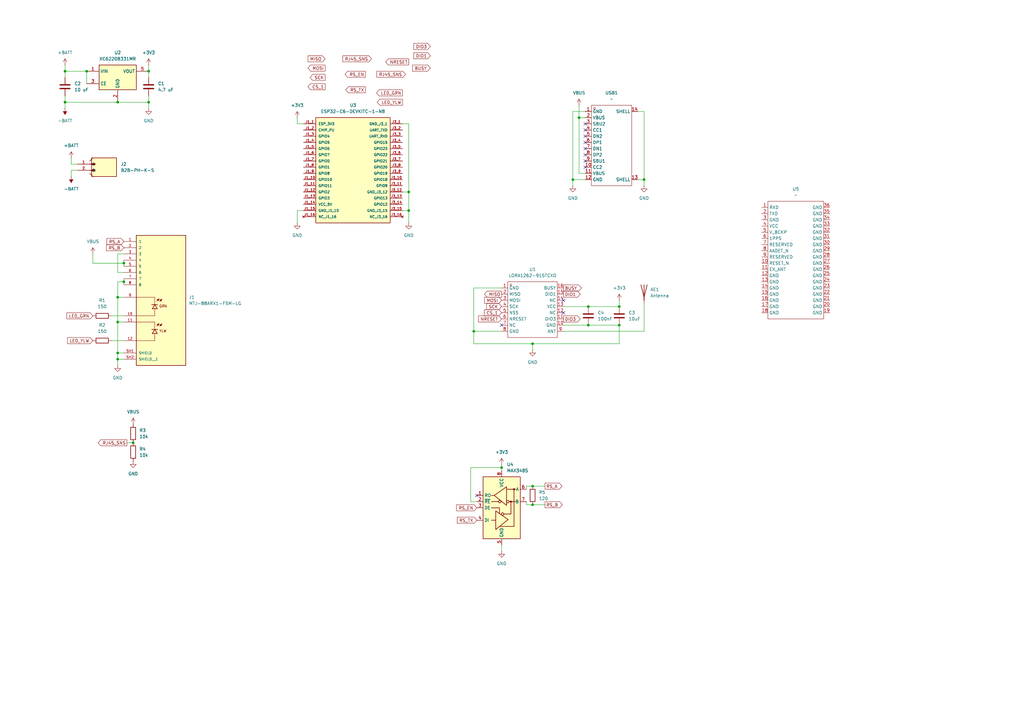
<source format=kicad_sch>
(kicad_sch (version 20250114) (generator "eeschema") (generator_version "9.0")
  (paper "A3")
  (lib_symbols
    (symbol "1234:LC86GLAMD"
      (property "Reference" "U" (at 0 0 0))
      (symbol "LC86GLAMD_1_0"
        (rectangle (start -12.7 25.4) (end 10.16 -22.86))
        (pin unspecified line (at -15.24 22.86 0) (length 2.54) (name "RXD") (number "1"))
        (pin unspecified line (at -15.24 20.32 0) (length 2.54) (name "TXD") (number "2"))
        (pin unspecified line (at -15.24 17.78 0) (length 2.54) (name "GND") (number "3"))
        (pin unspecified line (at -15.24 15.24 0) (length 2.54) (name "VCC") (number "4"))
        (pin unspecified line (at -15.24 12.7 0) (length 2.54) (name "V_BCKP") (number "5"))
        (pin unspecified line (at -15.24 10.16 0) (length 2.54) (name "1PPS") (number "6"))
        (pin unspecified line (at -15.24 7.62 0) (length 2.54) (name "RESERVED") (number "7"))
        (pin unspecified line (at -15.24 5.08 0) (length 2.54) (name "AADET_N") (number "8"))
        (pin unspecified line (at -15.24 2.54 0) (length 2.54) (name "RESERVED") (number "9"))
        (pin unspecified line (at -15.24 0 0) (length 2.54) (name "RESET_N") (number "10"))
        (pin unspecified line (at -15.24 -2.54 0) (length 2.54) (name "EX_ANT") (number "11"))
        (pin unspecified line (at -15.24 -5.08 0) (length 2.54) (name "GND") (number "12"))
        (pin unspecified line (at -15.24 -7.62 0) (length 2.54) (name "GND") (number "13"))
        (pin unspecified line (at -15.24 -10.16 0) (length 2.54) (name "GND") (number "14"))
        (pin unspecified line (at -15.24 -12.7 0) (length 2.54) (name "GND") (number "15"))
        (pin unspecified line (at -15.24 -15.24 0) (length 2.54) (name "GND") (number "16"))
        (pin unspecified line (at -15.24 -17.78 0) (length 2.54) (name "GND") (number "17"))
        (pin unspecified line (at -15.24 -20.32 0) (length 2.54) (name "GND") (number "18"))
        (pin unspecified line (at 12.7 22.86 180) (length 2.54) (name "GND") (number "36"))
        (pin unspecified line (at 12.7 20.32 180) (length 2.54) (name "GND") (number "35"))
        (pin unspecified line (at 12.7 17.78 180) (length 2.54) (name "GND") (number "34"))
        (pin unspecified line (at 12.7 15.24 180) (length 2.54) (name "GND") (number "33"))
        (pin unspecified line (at 12.7 12.7 180) (length 2.54) (name "GND") (number "32"))
        (pin unspecified line (at 12.7 10.16 180) (length 2.54) (name "GND") (number "31"))
        (pin unspecified line (at 12.7 7.62 180) (length 2.54) (name "GND") (number "30"))
        (pin unspecified line (at 12.7 5.08 180) (length 2.54) (name "GND") (number "29"))
        (pin unspecified line (at 12.7 2.54 180) (length 2.54) (name "GND") (number "28"))
        (pin unspecified line (at 12.7 0 180) (length 2.54) (name "GND") (number "27"))
        (pin unspecified line (at 12.7 -2.54 180) (length 2.54) (name "GND") (number "26"))
        (pin unspecified line (at 12.7 -5.08 180) (length 2.54) (name "GND") (number "25"))
        (pin unspecified line (at 12.7 -7.62 180) (length 2.54) (name "GND") (number "24"))
        (pin unspecified line (at 12.7 -10.16 180) (length 2.54) (name "GND") (number "23"))
        (pin unspecified line (at 12.7 -12.7 180) (length 2.54) (name "GND") (number "22"))
        (pin unspecified line (at 12.7 -15.24 180) (length 2.54) (name "GND") (number "21"))
        (pin unspecified line (at 12.7 -17.78 180) (length 2.54) (name "GND") (number "20"))
        (pin unspecified line (at 12.7 -20.32 180) (length 2.54) (name "GND") (number "19"))
      )
    )
    (symbol "B2B-PH-K-S:B2B-PH-K-S" (pin_names (offset 1.016))
      (property "Reference" "J" (at -5.58 5.08 0))
      (property "Value" "B2B-PH-K-S" (at -5.08 -5.08 0))
      (symbol "B2B-PH-K-S_0_0"
        (polyline (pts (xy -5.08 3.81) (xy -3.81 5.08)) (stroke (width 0.254)))
        (polyline (pts (xy -5.08 2.54) (xy -3.175 2.54)) (stroke (width 0.254)))
        (polyline (pts (xy -5.08 0) (xy -3.175 0)) (stroke (width 0.254)))
        (polyline (pts (xy -5.08 -1.27) (xy -3.81 -2.54)) (stroke (width 0.254)))
        (rectangle (start -4.445 2.2225) (end -2.8575 2.8575) (stroke (width 0.1)) (fill (type outline)))
        (rectangle (start -4.445 -0.3175) (end -2.8575 0.3175) (stroke (width 0.1)) (fill (type outline)))
        (rectangle (start -4.2863 -2.54) (end 5.8738 5.08) (stroke (width 0.254)) (fill (type background)))
        (pin passive line (at -10.16 2.54 0) (length 5.08) (name "1") (number "1"))
        (pin passive line (at -10.16 0 0) (length 5.08) (name "2") (number "2"))
      )
    )
    (symbol "Device:Antenna" (pin_numbers (hide yes)) (pin_names (offset 1.016) (hide yes))
      (property "Reference" "AE" (at -1.905 1.905 0))
      (property "Value" "Antenna" (at -1.905 0 0))
      (symbol "Antenna_0_1"
        (polyline (pts (xy 0 2.54) (xy 0 -3.81)) (stroke (width 0.254)))
        (polyline (pts (xy 1.27 2.54) (xy 0 -2.54) (xy -1.27 2.54)) (stroke (width 0.254)))
      )
      (symbol "Antenna_1_1"
        (pin input line (at 0 -5.08 90) (length 2.54) (name "A") (number "1"))
      )
    )
    (symbol "Device:C" (pin_numbers (hide yes)) (pin_names (offset 0.254))
      (property "Reference" "C" (at 0.635 2.54 0))
      (property "Value" "C" (at 0.635 -2.54 0))
      (symbol "C_0_1"
        (polyline (pts (xy -2.032 0.762) (xy 2.032 0.762)) (stroke (width 0.508)))
        (polyline (pts (xy -2.032 -0.762) (xy 2.032 -0.762)) (stroke (width 0.508)))
      )
      (symbol "C_1_1"
        (pin passive line (at 0 3.81 270) (length 2.794) (name "~") (number "1"))
        (pin passive line (at 0 -3.81 90) (length 2.794) (name "~") (number "2"))
      )
    )
    (symbol "Device:R" (pin_numbers (hide yes)) (pin_names (offset 0))
      (property "Reference" "R" (at 2.032 0 90))
      (property "Value" "R" (at 0 0 90))
      (symbol "R_0_1"
        (rectangle (start -1.016 -2.54) (end 1.016 2.54) (stroke (width 0.254)))
      )
      (symbol "R_1_1"
        (pin passive line (at 0 3.81 270) (length 1.27) (name "~") (number "1"))
        (pin passive line (at 0 -3.81 90) (length 1.27) (name "~") (number "2"))
      )
    )
    (symbol "ESP32-C6-DEVKITC-1-N8:ESP32-C6-DEVKITC-1-N8" (pin_names (offset 1.016))
      (property "Reference" "U" (at -15.24 23.622 0))
      (property "Value" "ESP32-C6-DEVKITC-1-N8" (at -15.24 -22.86 0))
      (symbol "ESP32-C6-DEVKITC-1-N8_0_0"
        (rectangle (start -15.24 -20.32) (end 15.24 22.86) (stroke (width 0.254)) (fill (type background)))
        (pin power_in line (at -20.32 20.32 0) (length 5.08) (name "ESP_3V3") (number "J1_1"))
        (pin input line (at -20.32 17.78 0) (length 5.08) (name "CHIP_PU") (number "J1_2"))
        (pin bidirectional line (at -20.32 15.24 0) (length 5.08) (name "GPIO4") (number "J1_3"))
        (pin bidirectional line (at -20.32 12.7 0) (length 5.08) (name "GPIO5") (number "J1_4"))
        (pin bidirectional line (at -20.32 10.16 0) (length 5.08) (name "GPIO6") (number "J1_5"))
        (pin bidirectional line (at -20.32 7.62 0) (length 5.08) (name "GPIO7") (number "J1_6"))
        (pin bidirectional line (at -20.32 5.08 0) (length 5.08) (name "GPIO0") (number "J1_7"))
        (pin bidirectional line (at -20.32 2.54 0) (length 5.08) (name "GPIO1") (number "J1_8"))
        (pin bidirectional line (at -20.32 0 0) (length 5.08) (name "GPIO8") (number "J1_9"))
        (pin bidirectional line (at -20.32 -2.54 0) (length 5.08) (name "GPIO10") (number "J1_10"))
        (pin bidirectional line (at -20.32 -5.08 0) (length 5.08) (name "GPIO11") (number "J1_11"))
        (pin bidirectional line (at -20.32 -7.62 0) (length 5.08) (name "GPIO2") (number "J1_12"))
        (pin bidirectional line (at -20.32 -10.16 0) (length 5.08) (name "GPIO3") (number "J1_13"))
        (pin power_in line (at -20.32 -12.7 0) (length 5.08) (name "VCC_5V") (number "J1_14"))
        (pin power_in line (at -20.32 -15.24 0) (length 5.08) (name "GND_J1_15") (number "J1_15"))
        (pin no_connect line (at -20.32 -17.78 0) (length 5.08) (name "NC_J1_16") (number "J1_16"))
        (pin power_in line (at 20.32 20.32 180) (length 5.08) (name "GND_J3_1") (number "J3_1"))
        (pin bidirectional line (at 20.32 17.78 180) (length 5.08) (name "UART_TXD") (number "J3_2"))
        (pin bidirectional line (at 20.32 15.24 180) (length 5.08) (name "UART_RXD") (number "J3_3"))
        (pin bidirectional line (at 20.32 12.7 180) (length 5.08) (name "GPIO15") (number "J3_4"))
        (pin bidirectional line (at 20.32 10.16 180) (length 5.08) (name "GPIO23") (number "J3_5"))
        (pin bidirectional line (at 20.32 7.62 180) (length 5.08) (name "GPIO22") (number "J3_6"))
        (pin bidirectional line (at 20.32 5.08 180) (length 5.08) (name "GPIO21") (number "J3_7"))
        (pin bidirectional line (at 20.32 2.54 180) (length 5.08) (name "GPIO20") (number "J3_8"))
        (pin bidirectional line (at 20.32 0 180) (length 5.08) (name "GPIO19") (number "J3_9"))
        (pin bidirectional line (at 20.32 -2.54 180) (length 5.08) (name "GPIO18") (number "J3_10"))
        (pin bidirectional line (at 20.32 -5.08 180) (length 5.08) (name "GPIO9") (number "J3_11"))
        (pin power_in line (at 20.32 -7.62 180) (length 5.08) (name "GND_J3_12") (number "J3_12"))
        (pin bidirectional line (at 20.32 -10.16 180) (length 5.08) (name "GPIO13") (number "J3_13"))
        (pin bidirectional line (at 20.32 -12.7 180) (length 5.08) (name "GPIO12") (number "J3_14"))
        (pin power_in line (at 20.32 -15.24 180) (length 5.08) (name "GND_J3_15") (number "J3_15"))
        (pin no_connect line (at 20.32 -17.78 180) (length 5.08) (name "NC_J3_16") (number "J3_16"))
      )
    )
    (symbol "Interface_UART:MAX3485"
      (property "Reference" "U" (at -6.985 13.97 0))
      (property "Value" "MAX3485" (at 1.905 13.97 0))
      (symbol "MAX3485_0_1"
        (rectangle (start -7.62 12.7) (end 7.62 -12.7) (stroke (width 0.254)) (fill (type background)))
        (polyline (pts (xy -4.191 2.54) (xy -1.27 2.54)) (stroke (width 0.254)))
        (polyline (pts (xy -4.191 0) (xy -0.889 0) (xy -0.889 -2.286)) (stroke (width 0.254)))
        (polyline (pts (xy -3.175 5.08) (xy -4.191 5.08) (xy -4.064 5.08)) (stroke (width 0.254)))
        (polyline (pts (xy -2.54 -5.08) (xy -4.191 -5.08)) (stroke (width 0.254)))
        (polyline (pts (xy -2.413 -5.08) (xy -2.413 -1.27) (xy 2.667 -4.826) (xy -2.413 -8.89) (xy -2.413 -5.08)) (stroke (width 0.254)))
        (polyline (pts (xy -0.635 -7.62) (xy 5.08 -7.62)) (stroke (width 0.254)))
        (circle (center 0.381 -2.54) (radius 0.508) (stroke (width 0.254)))
        (polyline (pts (xy 0.889 -2.54) (xy 3.81 -2.54)) (stroke (width 0.254)))
        (polyline (pts (xy 2.032 7.62) (xy 5.715 7.62)) (stroke (width 0.254)))
        (polyline (pts (xy 3.048 2.54) (xy 5.715 2.54)) (stroke (width 0.254)))
        (circle (center 3.81 2.54) (radius 0.2794) (stroke (width 0.254)) (fill (type outline)))
        (polyline (pts (xy 3.81 -2.54) (xy 3.81 2.54)) (stroke (width 0.254)))
        (polyline (pts (xy 5.08 -7.62) (xy 5.08 7.62)) (stroke (width 0.254)))
      )
      (symbol "MAX3485_1_1"
        (circle (center -0.762 2.54) (radius 0.508) (stroke (width 0.254)))
        (polyline (pts (xy 2.032 4.826) (xy 2.032 8.636) (xy -3.048 5.08) (xy 2.032 1.016) (xy 2.032 4.826)) (stroke (width 0.254)))
        (circle (center 2.54 2.54) (radius 0.508) (stroke (width 0.254)))
        (circle (center 5.08 7.62) (radius 0.2794) (stroke (width 0.254)) (fill (type outline)))
        (pin output line (at -10.16 5.08 0) (length 2.54) (name "RO") (number "1"))
        (pin input line (at -10.16 2.54 0) (length 2.54) (name "~{RE}") (number "2"))
        (pin input line (at -10.16 0 0) (length 2.54) (name "DE") (number "3"))
        (pin input line (at -10.16 -5.08 0) (length 2.54) (name "DI") (number "4"))
        (pin power_in line (at 0 15.24 270) (length 2.54) (name "VCC") (number "8"))
        (pin power_in line (at 0 -15.24 90) (length 2.54) (name "GND") (number "5"))
        (pin bidirectional line (at 10.16 7.62 180) (length 2.54) (name "A") (number "6"))
        (pin bidirectional line (at 10.16 2.54 180) (length 2.54) (name "B") (number "7"))
      )
    )
    (symbol "MTJ-88ARX1-FSM-LG:MTJ-88ARX1-FSM-LG" (pin_names (offset 1.016))
      (property "Reference" "J" (at -10.16 26.67 0))
      (property "Value" "MTJ-88ARX1-FSM-LG" (at -10.16 -29.21 0))
      (symbol "MTJ-88ARX1-FSM-LG_0_0"
        (rectangle (start -10.16 -27.94) (end 10.16 25.4) (stroke (width 0.254)) (fill (type background)))
        (polyline (pts (xy -2.54 0) (xy -10.16 0)) (stroke (width 0.1524)))
        (polyline (pts (xy -2.54 -2.921) (xy -2.54 0)) (stroke (width 0.1524)))
        (polyline (pts (xy -2.54 -3.048) (xy -3.81 -3.048)) (stroke (width 0.254)))
        (polyline (pts (xy -2.54 -3.048) (xy -3.556 -4.699)) (stroke (width 0.254)))
        (polyline (pts (xy -2.54 -7.62) (xy -10.16 -7.62)) (stroke (width 0.1524)))
        (polyline (pts (xy -2.54 -7.62) (xy -2.54 -4.826)) (stroke (width 0.1524)))
        (polyline (pts (xy -2.54 -10.16) (xy -10.16 -10.16)) (stroke (width 0.1524)))
        (polyline (pts (xy -2.54 -13.081) (xy -2.54 -10.16)) (stroke (width 0.1524)))
        (polyline (pts (xy -2.54 -13.208) (xy -3.81 -13.208)) (stroke (width 0.254)))
        (polyline (pts (xy -2.54 -13.208) (xy -3.556 -14.859)) (stroke (width 0.254)))
        (polyline (pts (xy -2.54 -17.78) (xy -10.16 -17.78)) (stroke (width 0.1524)))
        (polyline (pts (xy -2.54 -17.78) (xy -2.54 -14.986)) (stroke (width 0.1524)))
        (polyline (pts (xy -1.778 -1.651) (xy -0.762 -0.635)) (stroke (width 0.1524)))
        (polyline (pts (xy -1.778 -11.811) (xy -0.762 -10.795)) (stroke (width 0.1524)))
        (polyline (pts (xy -1.524 -4.699) (xy -3.556 -4.699)) (stroke (width 0.254)))
        (polyline (pts (xy -1.524 -4.699) (xy -2.54 -3.048)) (stroke (width 0.254)))
        (polyline (pts (xy -1.524 -14.859) (xy -3.556 -14.859)) (stroke (width 0.254)))
        (polyline (pts (xy -1.524 -14.859) (xy -2.54 -13.208)) (stroke (width 0.254)))
        (polyline (pts (xy -1.397 -3.048) (xy -2.54 -3.048)) (stroke (width 0.254)))
        (polyline (pts (xy -1.397 -13.208) (xy -2.54 -13.208)) (stroke (width 0.254)))
        (polyline (pts (xy -0.762 -0.635) (xy -1.651 -1.016) (xy -1.143 -1.524) (xy -0.762 -0.635)) (stroke (width 0.1524)) (fill (type outline)))
        (polyline (pts (xy -0.762 -10.795) (xy -1.651 -11.176) (xy -1.143 -11.684) (xy -0.762 -10.795)) (stroke (width 0.1524)) (fill (type outline)))
        (polyline (pts (xy -0.635 -1.778) (xy 0.381 -0.762)) (stroke (width 0.1524)))
        (polyline (pts (xy -0.635 -11.938) (xy 0.381 -10.922)) (stroke (width 0.1524)))
        (polyline (pts (xy 0.381 -0.762) (xy -0.508 -1.143) (xy 0 -1.651) (xy 0.381 -0.762)) (stroke (width 0.1524)) (fill (type outline)))
        (polyline (pts (xy 0.381 -10.922) (xy -0.508 -11.303) (xy 0 -11.811) (xy 0.381 -10.922)) (stroke (width 0.1524)) (fill (type outline)))
        (text "GRN" (at -0.762 -3.048 0) (effects (font (size 1.016 1.016)) (justify left top)))
        (text "YLW" (at -0.762 -13.208 0) (effects (font (size 1.016 1.016)) (justify left top)))
        (pin passive line (at -15.24 22.86 0) (length 5.08) (name "1") (number "1"))
        (pin passive line (at -15.24 20.32 0) (length 5.08) (name "2") (number "2"))
        (pin passive line (at -15.24 17.78 0) (length 5.08) (name "3") (number "3"))
        (pin passive line (at -15.24 15.24 0) (length 5.08) (name "4") (number "4"))
        (pin passive line (at -15.24 12.7 0) (length 5.08) (name "5") (number "5"))
        (pin passive line (at -15.24 10.16 0) (length 5.08) (name "6") (number "6"))
        (pin passive line (at -15.24 7.62 0) (length 5.08) (name "7") (number "7"))
        (pin passive line (at -15.24 5.08 0) (length 5.08) (name "8") (number "8"))
        (pin passive line (at -15.24 0 0) (length 5.08) (name "~") (number "9"))
        (pin passive line (at -15.24 -7.62 0) (length 5.08) (name "~") (number "10"))
        (pin passive line (at -15.24 -10.16 0) (length 5.08) (name "~") (number "11"))
        (pin passive line (at -15.24 -17.78 0) (length 5.08) (name "~") (number "12"))
        (pin passive line (at -15.24 -22.86 0) (length 5.08) (name "SHIELD") (number "SH1"))
        (pin passive line (at -15.24 -25.4 0) (length 5.08) (name "SHIELD__1") (number "SH2"))
      )
    )
    (symbol "ProLib_pcs_2026-01-30:LORA1262-915TCXO"
      (property "Reference" "U" (at 0 0 0))
      (symbol "LORA1262-915TCXO_1_0"
        (rectangle (start -10.16 -11.43) (end 10.16 11.43))
        (circle (center -8.89 10.16) (radius 0.381))
        (pin unspecified line (at -12.7 8.89 0) (length 2.54) (name "GND") (number "1"))
        (pin unspecified line (at -12.7 6.35 0) (length 2.54) (name "MISO") (number "2"))
        (pin unspecified line (at -12.7 3.81 0) (length 2.54) (name "MOSI") (number "3"))
        (pin unspecified line (at -12.7 1.27 0) (length 2.54) (name "SCK") (number "4"))
        (pin unspecified line (at -12.7 -1.27 0) (length 2.54) (name "NSS") (number "5"))
        (pin unspecified line (at -12.7 -3.81 0) (length 2.54) (name "NRESET") (number "6"))
        (pin unspecified line (at -12.7 -6.35 0) (length 2.54) (name "NC") (number "7"))
        (pin unspecified line (at -12.7 -8.89 0) (length 2.54) (name "GND") (number "8"))
        (pin unspecified line (at 12.7 8.89 180) (length 2.54) (name "BUSY") (number "16"))
        (pin unspecified line (at 12.7 6.35 180) (length 2.54) (name "DIO1") (number "15"))
        (pin unspecified line (at 12.7 3.81 180) (length 2.54) (name "NC") (number "14"))
        (pin unspecified line (at 12.7 1.27 180) (length 2.54) (name "VCC") (number "13"))
        (pin unspecified line (at 12.7 -1.27 180) (length 2.54) (name "NC") (number "12"))
        (pin unspecified line (at 12.7 -3.81 180) (length 2.54) (name "DIO3") (number "11"))
        (pin unspecified line (at 12.7 -6.35 180) (length 2.54) (name "GND") (number "10"))
        (pin unspecified line (at 12.7 -8.89 180) (length 2.54) (name "ANT") (number "9"))
      )
    )
    (symbol "ProLib_pcs_2026-02-01:TYPE-C 16PIN 2MD(073)"
      (property "Reference" "USB" (at 0 0 0))
      (symbol "TYPE-C 16PIN 2MD(073)_1_0"
        (rectangle (start -8.89 -16.51) (end 7.62 16.51))
        (circle (center -7.62 15.24) (radius 0.381))
        (pin unspecified line (at -11.43 13.97 0) (length 2.54) (name "GND") (number "1"))
        (pin unspecified line (at -11.43 11.43 0) (length 2.54) (name "VBUS") (number "2"))
        (pin unspecified line (at -11.43 8.89 0) (length 2.54) (name "SBU2") (number "3"))
        (pin unspecified line (at -11.43 6.35 0) (length 2.54) (name "CC1") (number "4"))
        (pin unspecified line (at -11.43 3.81 0) (length 2.54) (name "DN2") (number "5"))
        (pin unspecified line (at -11.43 1.27 0) (length 2.54) (name "DP1") (number "6"))
        (pin unspecified line (at -11.43 -1.27 0) (length 2.54) (name "DN1") (number "7"))
        (pin unspecified line (at -11.43 -3.81 0) (length 2.54) (name "DP2") (number "8"))
        (pin unspecified line (at -11.43 -6.35 0) (length 2.54) (name "SBU1") (number "9"))
        (pin unspecified line (at -11.43 -8.89 0) (length 2.54) (name "CC2") (number "10"))
        (pin unspecified line (at -11.43 -11.43 0) (length 2.54) (name "VBUS") (number "11"))
        (pin unspecified line (at -11.43 -13.97 0) (length 2.54) (name "GND") (number "12"))
        (pin unspecified line (at 10.16 13.97 180) (length 2.54) (name "SHELL") (number "14"))
        (pin unspecified line (at 10.16 -13.97 180) (length 2.54) (name "SHELL") (number "13"))
      )
    )
    (symbol "Regulator_Linear:XC6220B331MR"
      (property "Reference" "U" (at 0 8.89 0))
      (property "Value" "XC6220B331MR" (at 0 6.35 0))
      (symbol "XC6220B331MR_0_1"
        (rectangle (start -7.62 5.08) (end 7.62 -5.08) (stroke (width 0.254)) (fill (type background)))
      )
      (symbol "XC6220B331MR_1_1"
        (pin power_in line (at -12.7 2.54 0) (length 5.08) (name "VIN") (number "1"))
        (pin input line (at -12.7 -2.54 0) (length 5.08) (name "CE") (number "3"))
        (pin power_in line (at 0 -10.16 90) (length 5.08) (name "GND") (number "2"))
        (pin no_connect line (at 7.62 -2.54 180) (length 5.08) (hide yes) (name "NC") (number "4"))
        (pin power_out line (at 12.7 2.54 180) (length 5.08) (name "VOUT") (number "5"))
      )
    )
    (symbol "power:+3V3" (power) (pin_numbers (hide yes)) (pin_names (offset 0) (hide yes))
      (property "Value" "+3V3" (at 0 3.556 0))
      (symbol "+3V3_0_1"
        (polyline (pts (xy -0.762 1.27) (xy 0 2.54)))
        (polyline (pts (xy 0 2.54) (xy 0.762 1.27)))
        (polyline (pts (xy 0 0) (xy 0 2.54)))
      )
      (symbol "+3V3_1_1"
        (pin power_in line (at 0 0 90) (length 0) (name "~") (number "1"))
      )
    )
    (symbol "power:+BATT" (power) (pin_numbers (hide yes)) (pin_names (offset 0) (hide yes))
      (property "Value" "+BATT" (at 0 3.556 0))
      (symbol "+BATT_0_1"
        (polyline (pts (xy -0.762 1.27) (xy 0 2.54)))
        (polyline (pts (xy 0 2.54) (xy 0.762 1.27)))
        (polyline (pts (xy 0 0) (xy 0 2.54)))
      )
      (symbol "+BATT_1_1"
        (pin power_in line (at 0 0 90) (length 0) (name "~") (number "1"))
      )
    )
    (symbol "power:-BATT" (power) (pin_numbers (hide yes)) (pin_names (offset 0) (hide yes))
      (property "Value" "-BATT" (at 0 3.556 0))
      (symbol "-BATT_0_1"
        (polyline (pts (xy 0 0) (xy 0 2.54)))
        (polyline (pts (xy 0.762 1.27) (xy -0.762 1.27) (xy 0 2.54) (xy 0.762 1.27)) (fill (type outline)))
      )
      (symbol "-BATT_1_1"
        (pin power_in line (at 0 0 90) (length 0) (name "~") (number "1"))
      )
    )
    (symbol "power:GND" (power) (pin_numbers (hide yes)) (pin_names (offset 0) (hide yes))
      (property "Value" "GND" (at 0 -3.81 0))
      (symbol "GND_0_1"
        (polyline (pts (xy 0 0) (xy 0 -1.27) (xy 1.27 -1.27) (xy 0 -2.54) (xy -1.27 -1.27) (xy 0 -1.27)))
      )
      (symbol "GND_1_1"
        (pin power_in line (at 0 0 270) (length 0) (name "~") (number "1"))
      )
    )
    (symbol "power:VBUS" (power) (pin_numbers (hide yes)) (pin_names (offset 0) (hide yes))
      (property "Value" "VBUS" (at 0 3.556 0))
      (symbol "VBUS_0_1"
        (polyline (pts (xy -0.762 1.27) (xy 0 2.54)))
        (polyline (pts (xy 0 2.54) (xy 0.762 1.27)))
        (polyline (pts (xy 0 0) (xy 0 2.54)))
      )
      (symbol "VBUS_1_1"
        (pin power_in line (at 0 0 90) (length 0) (name "~") (number "1"))
      )
    )
  )
  (junction (at 237.49 48.26))
  (junction (at 35.56 29.21))
  (junction (at 48.26 144.78))
  (junction (at 264.16 73.66))
  (junction (at 26.67 41.91))
  (junction (at 48.26 132.08))
  (junction (at 48.26 121.92))
  (junction (at 241.3 125.73))
  (junction (at 218.44 207.01))
  (junction (at 60.96 29.21))
  (junction (at 254 133.35))
  (junction (at 50.8 115.57))
  (junction (at 60.96 41.91))
  (junction (at 234.95 73.66))
  (junction (at 54.61 181.61))
  (junction (at 218.44 140.97))
  (junction (at 48.26 147.32))
  (junction (at 26.67 29.21))
  (junction (at 254 125.73))
  (junction (at 167.64 86.36))
  (junction (at 50.8 107.95))
  (junction (at 167.64 78.74))
  (junction (at 205.74 191.77))
  (junction (at 241.3 133.35))
  (junction (at 194.31 135.89))
  (junction (at 218.44 199.39))
  (junction (at 48.26 41.91))
  (no_connect (at 240.03 55.88))
  (no_connect (at 240.03 53.34))
  (no_connect (at 231.14 123.19))
  (no_connect (at 195.58 203.2))
  (no_connect (at 240.03 68.58))
  (no_connect (at 205.74 133.35))
  (no_connect (at 240.03 60.96))
  (no_connect (at 231.14 128.27))
  (no_connect (at 240.03 66.04))
  (no_connect (at 240.03 58.42))
  (no_connect (at 240.03 63.5))
  (no_connect (at 240.03 50.8))
  (wire (pts (xy 194.31 135.89) (xy 205.74 135.89)))
  (wire (pts (xy 254 133.35) (xy 254 140.97)))
  (wire (pts (xy 264.16 73.66) (xy 264.16 76.2)))
  (wire (pts (xy 218.44 140.97) (xy 254 140.97)))
  (wire (pts (xy 60.96 39.37) (xy 60.96 41.91)))
  (wire (pts (xy 218.44 207.01) (xy 223.52 207.01)))
  (wire (pts (xy 193.04 191.77) (xy 205.74 191.77)))
  (wire (pts (xy 50.8 115.57) (xy 50.8 116.84)))
  (wire (pts (xy 121.92 48.26) (xy 121.92 50.8)))
  (wire (pts (xy 205.74 118.11) (xy 194.31 118.11)))
  (wire (pts (xy 121.92 86.36) (xy 121.92 91.44)))
  (wire (pts (xy 215.9 207.01) (xy 218.44 207.01)))
  (wire (pts (xy 241.3 125.73) (xy 254 125.73)))
  (wire (pts (xy 167.64 78.74) (xy 167.64 86.36)))
  (wire (pts (xy 231.14 125.73) (xy 241.3 125.73)))
  (wire (pts (xy 237.49 43.18) (xy 237.49 48.26)))
  (wire (pts (xy 29.21 67.31) (xy 29.21 64.77)))
  (wire (pts (xy 234.95 45.72) (xy 234.95 73.66)))
  (wire (pts (xy 45.72 139.7) (xy 50.8 139.7)))
  (wire (pts (xy 26.67 26.67) (xy 26.67 29.21)))
  (wire (pts (xy 38.1 104.14) (xy 38.1 107.95)))
  (wire (pts (xy 52.07 181.61) (xy 54.61 181.61)))
  (wire (pts (xy 50.8 106.68) (xy 50.8 107.95)))
  (wire (pts (xy 121.92 50.8) (xy 124.46 50.8)))
  (wire (pts (xy 26.67 29.21) (xy 26.67 31.75)))
  (wire (pts (xy 48.26 147.32) (xy 50.8 147.32)))
  (wire (pts (xy 215.9 199.39) (xy 215.9 200.66)))
  (wire (pts (xy 60.96 41.91) (xy 48.26 41.91)))
  (wire (pts (xy 50.8 144.78) (xy 48.26 144.78)))
  (wire (pts (xy 45.72 129.54) (xy 50.8 129.54)))
  (wire (pts (xy 167.64 50.8) (xy 167.64 78.74)))
  (wire (pts (xy 48.26 121.92) (xy 48.26 132.08)))
  (wire (pts (xy 48.26 147.32) (xy 48.26 149.86)))
  (wire (pts (xy 48.26 104.14) (xy 48.26 111.76)))
  (wire (pts (xy 205.74 190.5) (xy 205.74 191.77)))
  (wire (pts (xy 50.8 121.92) (xy 48.26 121.92)))
  (wire (pts (xy 193.04 205.74) (xy 193.04 191.77)))
  (wire (pts (xy 254 125.73) (xy 254 123.19)))
  (wire (pts (xy 26.67 29.21) (xy 35.56 29.21)))
  (wire (pts (xy 124.46 86.36) (xy 121.92 86.36)))
  (wire (pts (xy 50.8 104.14) (xy 48.26 104.14)))
  (wire (pts (xy 231.14 135.89) (xy 264.16 135.89)))
  (wire (pts (xy 231.14 133.35) (xy 241.3 133.35)))
  (wire (pts (xy 234.95 73.66) (xy 240.03 73.66)))
  (wire (pts (xy 35.56 29.21) (xy 35.56 34.29)))
  (wire (pts (xy 194.31 135.89) (xy 194.31 140.97)))
  (wire (pts (xy 240.03 45.72) (xy 234.95 45.72)))
  (wire (pts (xy 218.44 199.39) (xy 223.52 199.39)))
  (wire (pts (xy 26.67 44.45) (xy 26.67 41.91)))
  (wire (pts (xy 237.49 71.12) (xy 240.03 71.12)))
  (wire (pts (xy 167.64 86.36) (xy 167.64 91.44)))
  (wire (pts (xy 48.26 111.76) (xy 50.8 111.76)))
  (wire (pts (xy 215.9 207.01) (xy 215.9 205.74)))
  (wire (pts (xy 237.49 48.26) (xy 237.49 71.12)))
  (wire (pts (xy 60.96 29.21) (xy 60.96 31.75)))
  (wire (pts (xy 48.26 132.08) (xy 50.8 132.08)))
  (wire (pts (xy 234.95 73.66) (xy 234.95 76.2)))
  (wire (pts (xy 215.9 199.39) (xy 218.44 199.39)))
  (wire (pts (xy 165.1 50.8) (xy 167.64 50.8)))
  (wire (pts (xy 26.67 39.37) (xy 26.67 41.91)))
  (wire (pts (xy 50.8 115.57) (xy 48.26 115.57)))
  (wire (pts (xy 194.31 140.97) (xy 218.44 140.97)))
  (wire (pts (xy 48.26 115.57) (xy 48.26 121.92)))
  (wire (pts (xy 31.75 69.85) (xy 29.21 69.85)))
  (wire (pts (xy 264.16 45.72) (xy 264.16 73.66)))
  (wire (pts (xy 195.58 205.74) (xy 193.04 205.74)))
  (wire (pts (xy 48.26 132.08) (xy 48.26 144.78)))
  (wire (pts (xy 29.21 69.85) (xy 29.21 72.39)))
  (wire (pts (xy 60.96 41.91) (xy 60.96 44.45)))
  (wire (pts (xy 261.62 45.72) (xy 264.16 45.72)))
  (wire (pts (xy 50.8 114.3) (xy 50.8 115.57)))
  (wire (pts (xy 38.1 107.95) (xy 50.8 107.95)))
  (wire (pts (xy 50.8 107.95) (xy 50.8 109.22)))
  (wire (pts (xy 205.74 223.52) (xy 205.74 226.06)))
  (wire (pts (xy 264.16 73.66) (xy 261.62 73.66)))
  (wire (pts (xy 165.1 78.74) (xy 167.64 78.74)))
  (wire (pts (xy 218.44 140.97) (xy 218.44 143.51)))
  (wire (pts (xy 205.74 191.77) (xy 205.74 193.04)))
  (wire (pts (xy 29.21 67.31) (xy 31.75 67.31)))
  (wire (pts (xy 264.16 135.89) (xy 264.16 124.46)))
  (wire (pts (xy 194.31 118.11) (xy 194.31 135.89)))
  (wire (pts (xy 60.96 26.67) (xy 60.96 29.21)))
  (wire (pts (xy 26.67 41.91) (xy 48.26 41.91)))
  (wire (pts (xy 241.3 133.35) (xy 254 133.35)))
  (wire (pts (xy 165.1 86.36) (xy 167.64 86.36)))
  (wire (pts (xy 48.26 144.78) (xy 48.26 147.32)))
  (wire (pts (xy 240.03 48.26) (xy 237.49 48.26)))
  (global_label "MISO" (shape output) (at 205.74 120.65 180) (property "Intersheetrefs" "${INTERSHEET_REFS}" (effects (hide yes))))
  (global_label "LED_YLW" (shape input) (at 38.1 139.7 180) (property "Intersheetrefs" "${INTERSHEET_REFS}" (effects (hide yes))))
  (global_label "RS_B" (shape output) (at 223.52 207.01 0) (property "Intersheetrefs" "${INTERSHEET_REFS}" (effects (hide yes))))
  (global_label "DIO1" (shape input) (at 176.53 22.86 180) (property "Intersheetrefs" "${INTERSHEET_REFS}" (effects (hide yes))))
  (global_label "NRESET" (shape output) (at 167.64 25.4 180) (property "Intersheetrefs" "${INTERSHEET_REFS}" (effects (hide yes))))
  (global_label "RS_B" (shape input) (at 50.8 101.6 180) (property "Intersheetrefs" "${INTERSHEET_REFS}" (effects (hide yes))))
  (global_label "BUSY" (shape input) (at 176.53 27.94 180) (property "Intersheetrefs" "${INTERSHEET_REFS}" (effects (hide yes))))
  (global_label "RS_TX" (shape output) (at 149.86 36.83 180) (property "Intersheetrefs" "${INTERSHEET_REFS}" (effects (hide yes))))
  (global_label "RJ45_SNS" (shape output) (at 52.07 181.61 180) (property "Intersheetrefs" "${INTERSHEET_REFS}" (effects (hide yes))))
  (global_label "CS_1" (shape output) (at 133.35 35.56 180) (property "Intersheetrefs" "${INTERSHEET_REFS}" (effects (hide yes))))
  (global_label "LED_YLW" (shape output) (at 165.1 41.91 180) (property "Intersheetrefs" "${INTERSHEET_REFS}" (effects (hide yes))))
  (global_label "RS_A" (shape input) (at 50.8 99.06 180) (property "Intersheetrefs" "${INTERSHEET_REFS}" (effects (hide yes))))
  (global_label "BUSY" (shape output) (at 231.14 118.11 0) (property "Intersheetrefs" "${INTERSHEET_REFS}" (effects (hide yes))))
  (global_label "DIO1" (shape output) (at 231.14 120.65 0) (property "Intersheetrefs" "${INTERSHEET_REFS}" (effects (hide yes))))
  (global_label "RS_EN" (shape output) (at 149.86 30.48 180) (property "Intersheetrefs" "${INTERSHEET_REFS}" (effects (hide yes))))
  (global_label "RJ45_SNS" (shape input) (at 152.4 24.13 180) (property "Intersheetrefs" "${INTERSHEET_REFS}" (effects (hide yes))))
  (global_label "MOSI" (shape output) (at 133.35 27.94 180) (property "Intersheetrefs" "${INTERSHEET_REFS}" (effects (hide yes))))
  (global_label "RS_EN" (shape input) (at 195.58 208.28 180) (property "Intersheetrefs" "${INTERSHEET_REFS}" (effects (hide yes))))
  (global_label "RS_TX" (shape input) (at 195.58 213.36 180) (property "Intersheetrefs" "${INTERSHEET_REFS}" (effects (hide yes))))
  (global_label "LED_GRN" (shape input) (at 38.1 129.54 180) (property "Intersheetrefs" "${INTERSHEET_REFS}" (effects (hide yes))))
  (global_label "MOSI" (shape input) (at 205.74 123.19 180) (property "Intersheetrefs" "${INTERSHEET_REFS}" (effects (hide yes))))
  (global_label "CS_1" (shape input) (at 205.74 128.27 180) (property "Intersheetrefs" "${INTERSHEET_REFS}" (effects (hide yes))))
  (global_label "RJ45_SNS" (shape input) (at 166.37 30.48 180) (property "Intersheetrefs" "${INTERSHEET_REFS}" (effects (hide yes))))
  (global_label "NRESET" (shape input) (at 205.74 130.81 180) (property "Intersheetrefs" "${INTERSHEET_REFS}" (effects (hide yes))))
  (global_label "SCK" (shape input) (at 205.74 125.73 180) (property "Intersheetrefs" "${INTERSHEET_REFS}" (effects (hide yes))))
  (global_label "DIO3" (shape input) (at 176.53 19.05 180) (property "Intersheetrefs" "${INTERSHEET_REFS}" (effects (hide yes))))
  (global_label "SCK" (shape output) (at 133.35 31.75 180) (property "Intersheetrefs" "${INTERSHEET_REFS}" (effects (hide yes))))
  (global_label "LED_GRN" (shape output) (at 165.1 38.1 180) (property "Intersheetrefs" "${INTERSHEET_REFS}" (effects (hide yes))))
  (global_label "MISO" (shape input) (at 133.35 24.13 180) (property "Intersheetrefs" "${INTERSHEET_REFS}" (effects (hide yes))))
  (global_label "DIO3" (shape output) (at 231.14 130.81 0) (property "Intersheetrefs" "${INTERSHEET_REFS}" (effects (hide yes))))
  (global_label "RS_A" (shape output) (at 223.52 199.39 0) (property "Intersheetrefs" "${INTERSHEET_REFS}" (effects (hide yes))))
  (symbol (lib_id "power:-BATT") (at 26.67 44.45 180) (unit 1)
    (property "Reference" "#PWR020" (effects (hide yes)))
    (property "Value" "-BATT" (at 26.67 49.53 0))
    (property "Description" "Power symbol creates a global label with name \"-BATT\"" (effects (hide yes)))
  )
  (symbol (lib_id "Device:R") (at 54.61 185.42 0) (unit 1)
    (property "Reference" "R4" (at 57.15 184.1499 0) (effects (justify left)))
    (property "Value" "10k" (at 57.15 186.6899 0) (effects (justify left)))
    (property "Description" "Resistor" (effects (hide yes)))
  )
  (symbol (lib_id "ProLib_pcs_2026-02-01:TYPE-C 16PIN 2MD(073)") (at 251.46 59.69 0) (unit 1)
    (property "Reference" "USB1" (at 250.825 38.1 0))
    (property "Value" "~" (at 250.825 40.64 0))
    (property "Footprint" "Library:USB-C-SMD_TYPE-C-6PIN-2MD-073" (effects (hide yes)))
    (property "Datasheet" "https://item.szlcsc.com/datasheet/TYPE-C%252016PIN%25202MD(073)/2901843.html" (effects (hide yes)))
    (property "Description" "Connector Type:Type-C Protocol Standard:- Gender:Female Mounting Type:Surface Mount, Right Angle Number of Contacts:16P Number of Ports:1 Current Rating-Power:3A Voltage Rating:5V Connect-Disconnect Life:5,000 times Supplementary Features:- Center Height:" (effects (hide yes)))
    (property "Manufacturer Part" "TYPE-C 16PIN 2MD(073)" (effects (hide yes)))
    (property "Manufacturer" "SHOU HAN(首韩)" (effects (hide yes)))
    (property "Supplier Part" "C2765186" (effects (hide yes)))
    (property "Supplier" "LCSC" (effects (hide yes)))
    (property "LCSC Part Name" "16P卧贴母座" (effects (hide yes)))
  )
  (symbol (lib_id "power:GND") (at 60.96 44.45 0) (unit 1)
    (property "Reference" "#PWR04" (effects (hide yes)))
    (property "Value" "GND" (at 60.96 49.53 0))
    (property "Description" "Power symbol creates a global label with name \"GND\" , ground" (effects (hide yes)))
  )
  (symbol (lib_id "Device:R") (at 54.61 177.8 0) (unit 1)
    (property "Reference" "R3" (at 57.15 176.5299 0) (effects (justify left)))
    (property "Value" "10k" (at 57.15 179.0699 0) (effects (justify left)))
    (property "Description" "Resistor" (effects (hide yes)))
  )
  (symbol (lib_id "power:GND") (at 264.16 76.2 0) (unit 1)
    (property "Reference" "#PWR015" (effects (hide yes)))
    (property "Value" "GND" (at 264.16 81.28 0))
    (property "Description" "Power symbol creates a global label with name \"GND\" , ground" (effects (hide yes)))
  )
  (symbol (lib_id "power:-BATT") (at 29.21 72.39 180) (unit 1)
    (property "Reference" "#PWR018" (effects (hide yes)))
    (property "Value" "-BATT" (at 29.21 77.47 0))
    (property "Description" "Power symbol creates a global label with name \"-BATT\"" (effects (hide yes)))
  )
  (symbol (lib_id "Device:R") (at 218.44 203.2 0) (unit 1)
    (property "Reference" "R5" (at 220.98 201.9299 0) (effects (justify left)))
    (property "Value" "120" (at 220.98 204.4699 0) (effects (justify left)))
    (property "Description" "Resistor" (effects (hide yes)))
  )
  (symbol (lib_id "power:+3V3") (at 254 123.19 0) (unit 1)
    (property "Reference" "#PWR09" (effects (hide yes)))
    (property "Value" "+3V3" (at 254 118.11 0))
    (property "Description" "Power symbol creates a global label with name \"+3V3\"" (effects (hide yes)))
  )
  (symbol (lib_id "power:GND") (at 54.61 189.23 0) (unit 1)
    (property "Reference" "#PWR017" (effects (hide yes)))
    (property "Value" "GND" (at 54.61 194.31 0))
    (property "Description" "Power symbol creates a global label with name \"GND\" , ground" (effects (hide yes)))
  )
  (symbol (lib_id "Device:C") (at 60.96 35.56 0) (unit 1)
    (property "Reference" "C1" (at 64.77 34.2899 0) (effects (justify left)))
    (property "Value" "4.7 uF" (at 64.77 36.8299 0) (effects (justify left)))
    (property "Description" "Unpolarized capacitor" (effects (hide yes)))
  )
  (symbol (lib_id "B2B-PH-K-S:B2B-PH-K-S") (at 41.91 69.85 0) (unit 1)
    (property "Reference" "J2" (at 49.53 67.3099 0) (effects (justify left)))
    (property "Value" "B2B-PH-K-S" (at 49.53 69.8499 0) (effects (justify left)))
    (property "Footprint" "B2B-PH-K-S:JST_B2B-PH-K-S" (effects (hide yes)))
    (property "MANUFACTURER" "JST" (effects (hide yes)))
  )
  (symbol (lib_id "Device:C") (at 26.67 35.56 0) (unit 1)
    (property "Reference" "C2" (at 30.48 34.2899 0) (effects (justify left)))
    (property "Value" "10 uF" (at 30.48 36.8299 0) (effects (justify left)))
    (property "Description" "Unpolarized capacitor" (effects (hide yes)))
  )
  (symbol (lib_id "Interface_UART:MAX3485") (at 205.74 208.28 0) (unit 1)
    (property "Reference" "U4" (at 207.8833 190.5 0) (effects (justify left)))
    (property "Value" "MAX3485" (at 207.8833 193.04 0) (effects (justify left)))
    (property "Footprint" "Package_SO:SOIC-8_3.9x4.9mm_P1.27mm" (effects (hide yes)))
    (property "Datasheet" "https://datasheets.maximintegrated.com/en/ds/MAX3483-MAX3491.pdf" (effects (hide yes)))
    (property "Description" "True RS-485/RS-422, 10Mbps, Slew-Rate Limited, with low-power shutdown, with receiver/driver enable, 32 receiver drive capacitity, DIP-8 and SOIC-8" (effects (hide yes)))
  )
  (symbol (lib_id "power:VBUS") (at 38.1 104.14 0) (unit 1)
    (property "Reference" "#PWR012" (effects (hide yes)))
    (property "Value" "VBUS" (at 38.1 99.06 0))
    (property "Description" "Power symbol creates a global label with name \"VBUS\"" (effects (hide yes)))
  )
  (symbol (lib_id "power:GND") (at 218.44 143.51 0) (unit 1)
    (property "Reference" "#PWR08" (effects (hide yes)))
    (property "Value" "GND" (at 218.44 148.59 0))
    (property "Description" "Power symbol creates a global label with name \"GND\" , ground" (effects (hide yes)))
  )
  (symbol (lib_id "Regulator_Linear:XC6220B331MR") (at 48.26 31.75 0) (unit 1)
    (property "Reference" "U2" (at 48.26 21.59 0))
    (property "Value" "XC6220B331MR" (at 48.26 24.13 0))
    (property "Footprint" "Package_TO_SOT_SMD:SOT-23-5" (effects (hide yes)))
    (property "Datasheet" "https://www.torexsemi.com/file/xc6220/XC6220.pdf" (effects (hide yes)))
    (property "Description" "1A, Low Drop-out Voltage Regulator, Fixed Output 3.3V, SOT-23-5" (effects (hide yes)))
  )
  (symbol (lib_id "power:+3V3") (at 121.92 48.26 0) (unit 1)
    (property "Reference" "#PWR01" (effects (hide yes)))
    (property "Value" "+3V3" (at 121.92 43.18 0))
    (property "Description" "Power symbol creates a global label with name \"+3V3\"" (effects (hide yes)))
  )
  (symbol (lib_id "power:GND") (at 48.26 149.86 0) (unit 1)
    (property "Reference" "#PWR011" (effects (hide yes)))
    (property "Value" "GND" (at 48.26 154.94 0))
    (property "Description" "Power symbol creates a global label with name \"GND\" , ground" (effects (hide yes)))
  )
  (symbol (lib_id "power:GND") (at 234.95 76.2 0) (unit 1)
    (property "Reference" "#PWR013" (effects (hide yes)))
    (property "Value" "GND" (at 234.95 81.28 0))
    (property "Description" "Power symbol creates a global label with name \"GND\" , ground" (effects (hide yes)))
  )
  (symbol (lib_id "power:VBUS") (at 237.49 43.18 0) (unit 1)
    (property "Reference" "#PWR014" (effects (hide yes)))
    (property "Value" "VBUS" (at 237.49 38.1 0))
    (property "Description" "Power symbol creates a global label with name \"VBUS\"" (effects (hide yes)))
  )
  (symbol (lib_id "Device:C") (at 241.3 129.54 0) (unit 1)
    (property "Reference" "C4" (at 245.11 128.2699 0) (effects (justify left)))
    (property "Value" "100nF" (at 245.11 130.8099 0) (effects (justify left)))
    (property "Description" "Unpolarized capacitor" (effects (hide yes)))
  )
  (symbol (lib_id "1234:LC86GLAMD") (at 327.66 107.95 0) (unit 1)
    (property "Reference" "U5" (at 326.39 77.47 0))
    (property "Value" "~" (at 326.39 80.01 0))
    (property "Footprint" "1234:GPSM-SMD_L18.4-W18.4-P2.54_LC86GLAMD" (effects (hide yes)))
    (property "Datasheet" "https://item.szlcsc.com/datasheet/LC86GLAMD/6880736.html" (effects (hide yes)))
    (property "Manufacturer Part" "LC86GLAMD" (effects (hide yes)))
    (property "Manufacturer" "Quectel(移远)" (effects (hide yes)))
    (property "Supplier Part" "C5943068" (effects (hide yes)))
    (property "Supplier" "LCSC" (effects (hide yes)))
    (property "LCSC Part Name" "LC86GLAMD" (effects (hide yes)))
  )
  (symbol (lib_id "power:+3V3") (at 60.96 26.67 0) (unit 1)
    (property "Reference" "#PWR05" (effects (hide yes)))
    (property "Value" "+3V3" (at 60.96 21.59 0))
    (property "Description" "Power symbol creates a global label with name \"+3V3\"" (effects (hide yes)))
  )
  (symbol (lib_id "MTJ-88ARX1-FSM-LG:MTJ-88ARX1-FSM-LG") (at 66.04 121.92 0) (unit 1)
    (property "Reference" "J1" (at 77.47 121.9199 0) (effects (justify left)))
    (property "Value" "MTJ-88ARX1-FSM-LG" (at 77.47 124.4599 0) (effects (justify left)))
    (property "Footprint" "MTJ-88ARX1-FSM-LG:ADAMTECH_MTJ-88ARX1-FSM-LG" (effects (hide yes)))
    (property "Datasheet" "https://app.adam-tech.com/products/download/data_sheet/203886/mtj-88arx1-fsm-pg-lh-data-sheet.pdf" (effects (hide yes)))
    (property "PARTREV" "H" (effects (hide yes)))
    (property "STANDARD" "Manufacturer Recommendations" (effects (hide yes)))
    (property "MAXIMUM_PACKAGE_HEIGHT" "13.20mm" (effects (hide yes)))
    (property "MANUFACTURER" "Adam Tech" (effects (hide yes)))
  )
  (symbol (lib_id "ESP32-C6-DEVKITC-1-N8:ESP32-C6-DEVKITC-1-N8") (at 144.78 71.12 0) (unit 1)
    (property "Reference" "U3" (at 144.78 43.18 0))
    (property "Value" "ESP32-C6-DEVKITC-1-N8" (at 144.78 45.72 0))
    (property "Footprint" "ESP32-C6-DEVKITC-1-N8:MODULE_ESP32-C6-DEVKITC-1-N8" (effects (hide yes)))
    (property "PARTREV" "1.3" (effects (hide yes)))
    (property "STANDARD" "Manufacturer Recommendations" (effects (hide yes)))
    (property "MANUFACTURER" "Espressif Systems" (effects (hide yes)))
  )
  (symbol (lib_id "power:GND") (at 121.92 91.44 0) (unit 1)
    (property "Reference" "#PWR02" (effects (hide yes)))
    (property "Value" "GND" (at 121.92 96.52 0))
    (property "Description" "Power symbol creates a global label with name \"GND\" , ground" (effects (hide yes)))
  )
  (symbol (lib_id "ProLib_pcs_2026-01-30:LORA1262-915TCXO") (at 218.44 127 0) (unit 1)
    (property "Reference" "U1" (at 218.44 110.49 0))
    (property "Value" "LORA1262-915TCXO" (at 218.44 113.03 0))
    (property "Footprint" "footprints:WIRELM-SMD_16P-L16.0-W16.0-P2.00_LORA-CC68-915MHZ-TCXO" (effects (hide yes)))
    (property "Datasheet" "https://atta.szlcsc.com/upload/public/pdf/source/20230221/E3E374D7DC9218C54F9C9FD071333BF1.pdf" (effects (hide yes)))
    (property "Description" "Output Power:22dBm Output Power:22dBm Interface Type:SPI Modulation System:LoRa；GFSK；FSK Voltage - Supply:3.3V Voltage - Supply:3.3V Receive  Current:6.5mA Send  Current:130mA Sensitivity:-133dBm Sensitivity:-133dBm" (effects (hide yes)))
    (property "Manufacturer Part" "LORA1262-915TCXO" (effects (hide yes)))
    (property "Manufacturer" "G-NiceRF(思为无线)" (effects (hide yes)))
    (property "Supplier Part" "C5356643" (effects (hide yes)))
    (property "Supplier" "LCSC" (effects (hide yes)))
    (property "LCSC Part Name" "LORA1262-915TCXO" (effects (hide yes)))
  )
  (symbol (lib_id "Device:C") (at 254 129.54 0) (unit 1)
    (property "Reference" "C3" (at 257.81 128.2699 0) (effects (justify left)))
    (property "Value" "10uF" (at 257.81 130.8099 0) (effects (justify left)))
    (property "Description" "Unpolarized capacitor" (effects (hide yes)))
  )
  (symbol (lib_id "Device:R") (at 41.91 139.7 90) (unit 1)
    (property "Reference" "R2" (at 41.91 133.35 90))
    (property "Value" "150" (at 41.91 135.89 90))
    (property "Description" "Resistor" (effects (hide yes)))
  )
  (symbol (lib_id "power:+BATT") (at 26.67 26.67 0) (unit 1)
    (property "Reference" "#PWR010" (effects (hide yes)))
    (property "Value" "+BATT" (at 26.67 21.59 0))
    (property "Description" "Power symbol creates a global label with name \"+BATT\"" (effects (hide yes)))
  )
  (symbol (lib_id "power:VBUS") (at 54.61 173.99 0) (unit 1)
    (property "Reference" "#PWR016" (effects (hide yes)))
    (property "Value" "VBUS" (at 54.61 168.91 0))
    (property "Description" "Power symbol creates a global label with name \"VBUS\"" (effects (hide yes)))
  )
  (symbol (lib_id "power:+BATT") (at 29.21 64.77 0) (unit 1)
    (property "Reference" "#PWR019" (effects (hide yes)))
    (property "Value" "+BATT" (at 29.21 59.69 0))
    (property "Description" "Power symbol creates a global label with name \"+BATT\"" (effects (hide yes)))
  )
  (symbol (lib_id "power:GND") (at 167.64 91.44 0) (unit 1)
    (property "Reference" "#PWR03" (effects (hide yes)))
    (property "Value" "GND" (at 167.64 96.52 0))
    (property "Description" "Power symbol creates a global label with name \"GND\" , ground" (effects (hide yes)))
  )
  (symbol (lib_id "power:GND") (at 205.74 226.06 0) (unit 1)
    (property "Reference" "#PWR07" (effects (hide yes)))
    (property "Value" "GND" (at 205.74 231.14 0))
    (property "Description" "Power symbol creates a global label with name \"GND\" , ground" (effects (hide yes)))
  )
  (symbol (lib_id "Device:R") (at 41.91 129.54 90) (unit 1)
    (property "Reference" "R1" (at 41.91 123.19 90))
    (property "Value" "150" (at 41.91 125.73 90))
    (property "Description" "Resistor" (effects (hide yes)))
  )
  (symbol (lib_id "power:+3V3") (at 205.74 190.5 0) (unit 1)
    (property "Reference" "#PWR06" (effects (hide yes)))
    (property "Value" "+3V3" (at 205.74 185.42 0))
    (property "Description" "Power symbol creates a global label with name \"+3V3\"" (effects (hide yes)))
  )
  (symbol (lib_id "Device:Antenna") (at 264.16 119.38 0) (unit 1)
    (property "Reference" "AE1" (at 266.7 118.7449 0) (effects (justify left)))
    (property "Value" "Antenna" (at 266.7 121.2849 0) (effects (justify left)))
    (property "Description" "Antenna" (effects (hide yes)))
  )
)
</source>
